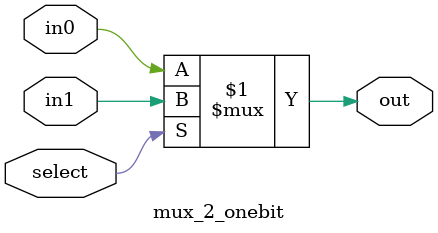
<source format=v>
module mux_2_onebit(
    output out,
    input select,
    input in0,
    input in1 
);
    assign out = select ? in1 : in0;
endmodule
</source>
